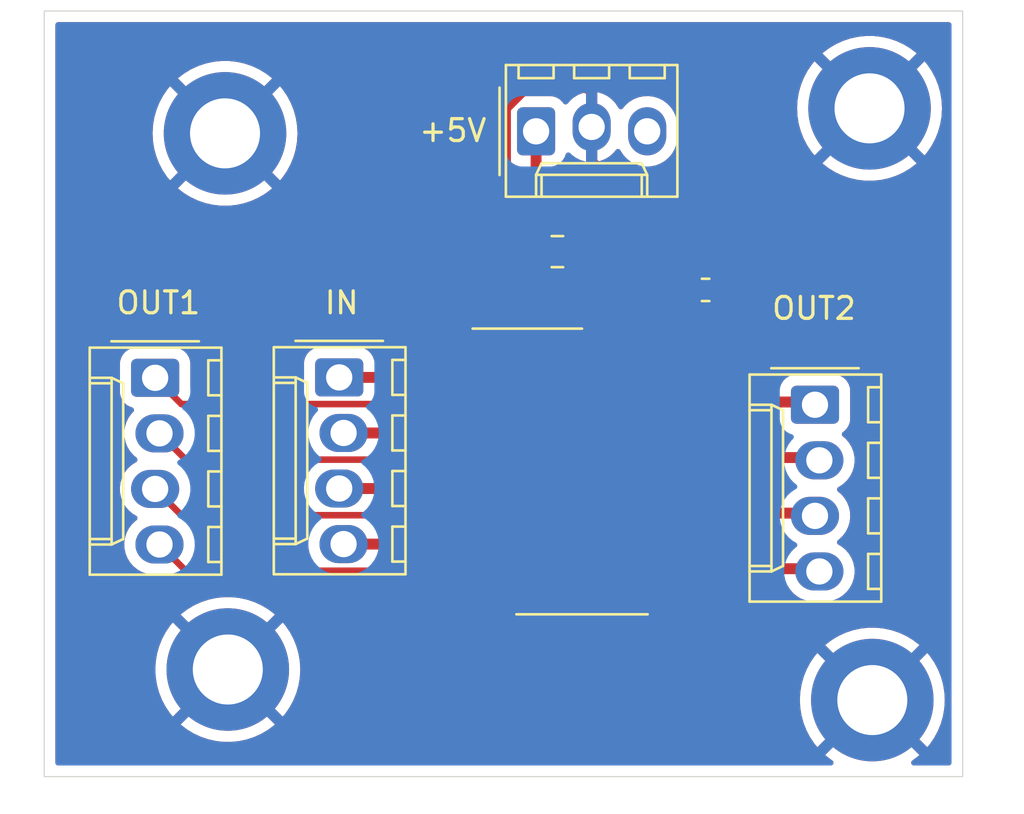
<source format=kicad_pcb>
(kicad_pcb (version 20211014) (generator pcbnew)
  (layers (0 "F.Cu" signal) (31 "B.Cu" signal) (34 "B.Paste" user) (35 "F.Paste" user) (36 "B.SilkS" user "B.Silkscreen") (37 "F.SilkS" user "F.Silkscreen") (38 "B.Mask" user) (39 "F.Mask" user) (44 "Edge.Cuts" user))
  (net 0 "")
  (net 1 "/supply+")
  (net 2 "+5V")
  (net 3 "GND")
  (net 4 "Net-(J2-Pad1)")
  (net 5 "Net-(J2-Pad2)")
  (net 6 "Net-(J2-Pad3)")
  (net 7 "Net-(J2-Pad4)")
  (net 9 "Net-(J3-Pad1)")
  (net 10 "Net-(J3-Pad2)")
  (net 11 "Net-(J3-Pad3)")
  (net 12 "Net-(J3-Pad4)")
  (net 13 "Net-(J4-Pad4)")
  (net 14 "Net-(J4-Pad3)")
  (net 15 "Net-(J4-Pad2)")
  (net 16 "Net-(J4-Pad1)")
  (footprint "synkie_footprints:L_0805_2012Metric_Pad1.15x1.40mm_HandSolder" (layer "F.Cu") (at 96.475 51)
    (fp_text reference "FB1" hide)
    (fp_text value "Ferrite_Bead")
    (fp_line (start -0.261252 0.71) (end 0.261252 0.71) (layer "F.SilkS") (width 0.12))
    (fp_line (start -0.261252 -0.71) (end 0.261252 -0.71) (layer "F.SilkS") (width 0.12))
    (pad "1" smd roundrect locked (at -1.025 0) (size 1.15 1.4) (layers "F.Cu" "F.Paste" "F.Mask") (roundrect_rratio 0.2173913043) (net 1 "/supply+"))
    (pad "2" smd roundrect locked (at 1.025 0) (size 1.15 1.4) (layers "F.Cu" "F.Paste" "F.Mask") (roundrect_rratio 0.2173913043) (net 2 "+5V"))
  )
  (footprint "synkie_footprints:Molex_KK-254_AE-6410-03A_1x03_P2.54mm_Vertical" (layer "F.Cu") (at 95.5 45.5)
    (fp_text reference "J1" hide)
    (fp_text value "Supply")
    (fp_line (start 1.74 -2.43) (end 3.34 -2.43) (layer "F.SilkS") (width 0.12))
    (fp_line (start -1.38 2.99) (end 6.46 2.99) (layer "F.SilkS") (width 0.12))
    (fp_line (start 0 1.99) (end 0.25 1.46) (layer "F.SilkS") (width 0.12))
    (fp_line (start 5.88 -2.43) (end 5.88 -3.03) (layer "F.SilkS") (width 0.12))
    (fp_line (start 3.34 -2.43) (end 3.34 -3.03) (layer "F.SilkS") (width 0.12))
    (fp_line (start 0.25 2.99) (end 0.25 1.99) (layer "F.SilkS") (width 0.12))
    (fp_line (start 0 2.99) (end 0 1.99) (layer "F.SilkS") (width 0.12))
    (fp_line (start 6.46 -3.03) (end -1.38 -3.03) (layer "F.SilkS") (width 0.12))
    (fp_line (start 1.74 -3.03) (end 1.74 -2.43) (layer "F.SilkS") (width 0.12))
    (fp_line (start 4.83 1.46) (end 5.08 1.99) (layer "F.SilkS") (width 0.12))
    (fp_line (start 0 1.99) (end 5.08 1.99) (layer "F.SilkS") (width 0.12))
    (fp_line (start 6.46 2.99) (end 6.46 -3.03) (layer "F.SilkS") (width 0.12))
    (fp_line (start 5.08 1.99) (end 5.08 2.99) (layer "F.SilkS") (width 0.12))
    (fp_line (start -0.8 -3.03) (end -0.8 -2.43) (layer "F.SilkS") (width 0.12))
    (fp_line (start 4.83 2.99) (end 4.83 1.99) (layer "F.SilkS") (width 0.12))
    (fp_line (start -1.67 -2) (end -1.67 2) (layer "F.SilkS") (width 0.12))
    (fp_line (start 0.25 1.46) (end 4.83 1.46) (layer "F.SilkS") (width 0.12))
    (fp_line (start -0.8 -2.43) (end 0.8 -2.43) (layer "F.SilkS") (width 0.12))
    (fp_line (start -1.38 -3.03) (end -1.38 2.99) (layer "F.SilkS") (width 0.12))
    (fp_line (start 4.28 -2.43) (end 5.88 -2.43) (layer "F.SilkS") (width 0.12))
    (fp_line (start 0.8 -2.43) (end 0.8 -3.03) (layer "F.SilkS") (width 0.12))
    (fp_line (start 4.28 -3.03) (end 4.28 -2.43) (layer "F.SilkS") (width 0.12))
    (pad "1" thru_hole roundrect locked (at 0 0) (size 1.74 2.2) (drill 1.2) (layers *.Cu *.Mask) (roundrect_rratio 0.1436781609) (net 1 "/supply+"))
    (pad "2" thru_hole oval locked (at 2.54 -0.2) (size 1.74 2.2) (drill 1.2) (layers *.Cu *.Mask) (net 3 "GND"))
    (pad "3" thru_hole oval locked (at 5.08 0) (size 1.74 2.2) (drill 1.2) (layers *.Cu *.Mask))
  )
  (footprint "synkie_footprints:Molex_KK-254_AE-6410-04A_1x04_P2.54mm_Vertical" (layer "F.Cu") (at 86.5 56.75 -90)
    (fp_text reference "J2" hide)
    (fp_text value "Sync-Bus")
    (fp_line (start -0.8 -2.43) (end 0.8 -2.43) (layer "F.SilkS") (width 0.12))
    (fp_line (start 0.25 1.46) (end 7.37 1.46) (layer "F.SilkS") (width 0.12))
    (fp_line (start 4.28 -3.03) (end 4.28 -2.43) (layer "F.SilkS") (width 0.12))
    (fp_line (start 0 1.99) (end 7.62 1.99) (layer "F.SilkS") (width 0.12))
    (fp_line (start -1.67 -2) (end -1.67 2) (layer "F.SilkS") (width 0.12))
    (fp_line (start 7.62 1.99) (end 7.62 2.99) (layer "F.SilkS") (width 0.12))
    (fp_line (start 6.82 -3.03) (end 6.82 -2.43) (layer "F.SilkS") (width 0.12))
    (fp_line (start -0.8 -3.03) (end -0.8 -2.43) (layer "F.SilkS") (width 0.12))
    (fp_line (start 0.8 -2.43) (end 0.8 -3.03) (layer "F.SilkS") (width 0.12))
    (fp_line (start 8.42 -2.43) (end 8.42 -3.03) (layer "F.SilkS") (width 0.12))
    (fp_line (start 7.37 2.99) (end 7.37 1.99) (layer "F.SilkS") (width 0.12))
    (fp_line (start 7.37 1.46) (end 7.62 1.99) (layer "F.SilkS") (width 0.12))
    (fp_line (start -1.38 -3.03) (end -1.38 2.99) (layer "F.SilkS") (width 0.12))
    (fp_line (start -1.38 2.99) (end 9 2.99) (layer "F.SilkS") (width 0.12))
    (fp_line (start 9 2.99) (end 9 -3.03) (layer "F.SilkS") (width 0.12))
    (fp_line (start 3.34 -2.43) (end 3.34 -3.03) (layer "F.SilkS") (width 0.12))
    (fp_line (start 0 2.99) (end 0 1.99) (layer "F.SilkS") (width 0.12))
    (fp_line (start 0 1.99) (end 0.25 1.46) (layer "F.SilkS") (width 0.12))
    (fp_line (start 6.82 -2.43) (end 8.42 -2.43) (layer "F.SilkS") (width 0.12))
    (fp_line (start 1.74 -3.03) (end 1.74 -2.43) (layer "F.SilkS") (width 0.12))
    (fp_line (start 5.88 -2.43) (end 5.88 -3.03) (layer "F.SilkS") (width 0.12))
    (fp_line (start 0.25 2.99) (end 0.25 1.99) (layer "F.SilkS") (width 0.12))
    (fp_line (start 9 -3.03) (end -1.38 -3.03) (layer "F.SilkS") (width 0.12))
    (fp_line (start 1.74 -2.43) (end 3.34 -2.43) (layer "F.SilkS") (width 0.12))
    (fp_line (start 4.28 -2.43) (end 5.88 -2.43) (layer "F.SilkS") (width 0.12))
    (pad "1" thru_hole roundrect locked (at 0 0 270) (size 1.74 2.2) (drill 1.2) (layers *.Cu *.Mask) (roundrect_rratio 0.1436781609) (net 4 "Net-(J2-Pad1)"))
    (pad "2" thru_hole oval locked (at 2.54 -0.2 270) (size 1.74 2.2) (drill 1.2) (layers *.Cu *.Mask) (net 5 "Net-(J2-Pad2)"))
    (pad "3" thru_hole oval locked (at 5.08 0 270) (size 1.74 2.2) (drill 1.2) (layers *.Cu *.Mask) (net 6 "Net-(J2-Pad3)"))
    (pad "4" thru_hole oval locked (at 7.62 -0.2 270) (size 1.74 2.2) (drill 1.2) (layers *.Cu *.Mask) (net 7 "Net-(J2-Pad4)"))
  )
  (footprint "synkie_footprints:Molex_KK-254_AE-6410-04A_1x04_P2.54mm_Vertical" (layer "F.Cu") (at 108.25 58 -90)
    (fp_text reference "J3" hide)
    (fp_text value "Sync-Bus")
    (fp_line (start 4.28 -2.43) (end 5.88 -2.43) (layer "F.SilkS") (width 0.12))
    (fp_line (start 8.42 -2.43) (end 8.42 -3.03) (layer "F.SilkS") (width 0.12))
    (fp_line (start 1.74 -3.03) (end 1.74 -2.43) (layer "F.SilkS") (width 0.12))
    (fp_line (start 0.25 2.99) (end 0.25 1.99) (layer "F.SilkS") (width 0.12))
    (fp_line (start -0.8 -2.43) (end 0.8 -2.43) (layer "F.SilkS") (width 0.12))
    (fp_line (start 7.62 1.99) (end 7.62 2.99) (layer "F.SilkS") (width 0.12))
    (fp_line (start 4.28 -3.03) (end 4.28 -2.43) (layer "F.SilkS") (width 0.12))
    (fp_line (start -1.38 2.99) (end 9 2.99) (layer "F.SilkS") (width 0.12))
    (fp_line (start 0 1.99) (end 7.62 1.99) (layer "F.SilkS") (width 0.12))
    (fp_line (start 0.8 -2.43) (end 0.8 -3.03) (layer "F.SilkS") (width 0.12))
    (fp_line (start 9 2.99) (end 9 -3.03) (layer "F.SilkS") (width 0.12))
    (fp_line (start 7.37 1.46) (end 7.62 1.99) (layer "F.SilkS") (width 0.12))
    (fp_line (start 7.37 2.99) (end 7.37 1.99) (layer "F.SilkS") (width 0.12))
    (fp_line (start 0.25 1.46) (end 7.37 1.46) (layer "F.SilkS") (width 0.12))
    (fp_line (start 3.34 -2.43) (end 3.34 -3.03) (layer "F.SilkS") (width 0.12))
    (fp_line (start -1.38 -3.03) (end -1.38 2.99) (layer "F.SilkS") (width 0.12))
    (fp_line (start 0 1.99) (end 0.25 1.46) (layer "F.SilkS") (width 0.12))
    (fp_line (start 5.88 -2.43) (end 5.88 -3.03) (layer "F.SilkS") (width 0.12))
    (fp_line (start -1.67 -2) (end -1.67 2) (layer "F.SilkS") (width 0.12))
    (fp_line (start 6.82 -2.43) (end 8.42 -2.43) (layer "F.SilkS") (width 0.12))
    (fp_line (start 9 -3.03) (end -1.38 -3.03) (layer "F.SilkS") (width 0.12))
    (fp_line (start 1.74 -2.43) (end 3.34 -2.43) (layer "F.SilkS") (width 0.12))
    (fp_line (start -0.8 -3.03) (end -0.8 -2.43) (layer "F.SilkS") (width 0.12))
    (fp_line (start 6.82 -3.03) (end 6.82 -2.43) (layer "F.SilkS") (width 0.12))
    (fp_line (start 0 2.99) (end 0 1.99) (layer "F.SilkS") (width 0.12))
    (pad "1" thru_hole roundrect locked (at 0 0 270) (size 1.74 2.2) (drill 1.2) (layers *.Cu *.Mask) (roundrect_rratio 0.1436781609) (net 9 "Net-(J3-Pad1)"))
    (pad "2" thru_hole oval locked (at 2.54 -0.2 270) (size 1.74 2.2) (drill 1.2) (layers *.Cu *.Mask) (net 10 "Net-(J3-Pad2)"))
    (pad "3" thru_hole oval locked (at 5.08 0 270) (size 1.74 2.2) (drill 1.2) (layers *.Cu *.Mask) (net 11 "Net-(J3-Pad3)"))
    (pad "4" thru_hole oval locked (at 7.62 -0.2 270) (size 1.74 2.2) (drill 1.2) (layers *.Cu *.Mask) (net 12 "Net-(J3-Pad4)"))
  )
  (footprint "Package_SO:SO-20_12.8x7.5mm_P1.27mm" (layer "F.Cu") (at 97.6 61.05)
    (fp_text reference "U1" hide)
    (fp_text value "74HC244")
    (fp_line (start -5 -6.53) (end 0 -6.53) (layer "F.SilkS") (width 0.12))
    (fp_line (start -3 6.53) (end 3 6.53) (layer "F.SilkS") (width 0.12))
    (pad "1" smd rect locked (at -4.75 -5.715) (size 1.5 0.6) (layers "F.Cu" "F.Paste" "F.Mask") (net 3 "GND"))
    (pad "2" smd rect locked (at -4.75 -4.445) (size 1.5 0.6) (layers "F.Cu" "F.Paste" "F.Mask") (net 4 "Net-(J2-Pad1)"))
    (pad "3" smd rect locked (at -4.75 -3.175) (size 1.5 0.6) (layers "F.Cu" "F.Paste" "F.Mask") (net 16 "Net-(J4-Pad1)"))
    (pad "4" smd rect locked (at -4.75 -1.905) (size 1.5 0.6) (layers "F.Cu" "F.Paste" "F.Mask") (net 5 "Net-(J2-Pad2)"))
    (pad "5" smd rect locked (at -4.75 -0.635) (size 1.5 0.6) (layers "F.Cu" "F.Paste" "F.Mask") (net 15 "Net-(J4-Pad2)"))
    (pad "6" smd rect locked (at -4.75 0.635) (size 1.5 0.6) (layers "F.Cu" "F.Paste" "F.Mask") (net 6 "Net-(J2-Pad3)"))
    (pad "7" smd rect locked (at -4.75 1.905) (size 1.5 0.6) (layers "F.Cu" "F.Paste" "F.Mask") (net 14 "Net-(J4-Pad3)"))
    (pad "8" smd rect locked (at -4.75 3.175) (size 1.5 0.6) (layers "F.Cu" "F.Paste" "F.Mask") (net 7 "Net-(J2-Pad4)"))
    (pad "9" smd rect locked (at -4.75 4.445) (size 1.5 0.6) (layers "F.Cu" "F.Paste" "F.Mask") (net 13 "Net-(J4-Pad4)"))
    (pad "10" smd rect locked (at -4.75 5.715) (size 1.5 0.6) (layers "F.Cu" "F.Paste" "F.Mask") (net 3 "GND"))
    (pad "11" smd rect locked (at 4.75 5.715) (size 1.5 0.6) (layers "F.Cu" "F.Paste" "F.Mask") (net 7 "Net-(J2-Pad4)"))
    (pad "12" smd rect locked (at 4.75 4.445) (size 1.5 0.6) (layers "F.Cu" "F.Paste" "F.Mask") (net 12 "Net-(J3-Pad4)"))
    (pad "13" smd rect locked (at 4.75 3.175) (size 1.5 0.6) (layers "F.Cu" "F.Paste" "F.Mask") (net 6 "Net-(J2-Pad3)"))
    (pad "14" smd rect locked (at 4.75 1.905) (size 1.5 0.6) (layers "F.Cu" "F.Paste" "F.Mask") (net 11 "Net-(J3-Pad3)"))
    (pad "15" smd rect locked (at 4.75 0.635) (size 1.5 0.6) (layers "F.Cu" "F.Paste" "F.Mask") (net 5 "Net-(J2-Pad2)"))
    (pad "16" smd rect locked (at 4.75 -0.635) (size 1.5 0.6) (layers "F.Cu" "F.Paste" "F.Mask") (net 10 "Net-(J3-Pad2)"))
    (pad "17" smd rect locked (at 4.75 -1.905) (size 1.5 0.6) (layers "F.Cu" "F.Paste" "F.Mask") (net 4 "Net-(J2-Pad1)"))
    (pad "18" smd rect locked (at 4.75 -3.175) (size 1.5 0.6) (layers "F.Cu" "F.Paste" "F.Mask") (net 9 "Net-(J3-Pad1)"))
    (pad "19" smd rect locked (at 4.75 -4.445) (size 1.5 0.6) (layers "F.Cu" "F.Paste" "F.Mask") (net 3 "GND"))
    (pad "20" smd rect locked (at 4.75 -5.715) (size 1.5 0.6) (layers "F.Cu" "F.Paste" "F.Mask") (net 2 "+5V"))
  )
  (footprint "synkie_footprints:R_0603_1608Metric_Pad1.05x0.95mm_HandSolder" (layer "F.Cu") (at 103.25 52.75)
    (fp_text reference "C1" hide)
    (fp_text value "C")
    (fp_line (start -0.171267 -0.51) (end 0.171267 -0.51) (layer "F.SilkS") (width 0.12))
    (fp_line (start -0.171267 0.51) (end 0.171267 0.51) (layer "F.SilkS") (width 0.12))
    (pad "1" smd roundrect locked (at -0.875 0) (size 1.05 0.95) (layers "F.Cu" "F.Paste" "F.Mask") (net 2 "+5V"))
    (pad "2" smd roundrect locked (at 0.875 0) (size 1.05 0.95) (layers "F.Cu" "F.Paste" "F.Mask") (net 3 "GND"))
  )
  (footprint "MountingHole:MountingHole_3.2mm_M3_DIN965_Pad" (layer "F.Cu") (at 110.871 71.501)
    (fp_text reference "H2" hide)
    (fp_text value "MountingHole_Pad")
    (pad "1" thru_hole circle (at 0 0) (size 5.6 5.6) (drill 3.2) (layers *.Cu *.Mask) (net 3 "GND"))
  )
  (footprint "MountingHole:MountingHole_3.2mm_M3_DIN965_Pad" (layer "F.Cu") (at 81.28 45.593)
    (fp_text reference "H4" hide)
    (fp_text value "MountingHole_Pad")
    (pad "1" thru_hole circle (at 0 0) (size 5.6 5.6) (drill 3.2) (layers *.Cu *.Mask) (net 3 "GND"))
  )
  (footprint "synkie_footprints:Molex_KK-254_AE-6410-04A_1x04_P2.54mm_Vertical" (layer "F.Cu") (at 78.085 56.769 -90)
    (fp_text reference "J4" hide)
    (fp_text value "Sync-Bus")
    (fp_line (start 4.28 -3.03) (end 4.28 -2.43) (layer "F.SilkS") (width 0.12))
    (fp_line (start 7.62 1.99) (end 7.62 2.99) (layer "F.SilkS") (width 0.12))
    (fp_line (start 0 2.99) (end 0 1.99) (layer "F.SilkS") (width 0.12))
    (fp_line (start 0.8 -2.43) (end 0.8 -3.03) (layer "F.SilkS") (width 0.12))
    (fp_line (start 9 2.99) (end 9 -3.03) (layer "F.SilkS") (width 0.12))
    (fp_line (start 0 1.99) (end 7.62 1.99) (layer "F.SilkS") (width 0.12))
    (fp_line (start -1.38 2.99) (end 9 2.99) (layer "F.SilkS") (width 0.12))
    (fp_line (start -0.8 -3.03) (end -0.8 -2.43) (layer "F.SilkS") (width 0.12))
    (fp_line (start 5.88 -2.43) (end 5.88 -3.03) (layer "F.SilkS") (width 0.12))
    (fp_line (start 0 1.99) (end 0.25 1.46) (layer "F.SilkS") (width 0.12))
    (fp_line (start 1.74 -3.03) (end 1.74 -2.43) (layer "F.SilkS") (width 0.12))
    (fp_line (start 1.74 -2.43) (end 3.34 -2.43) (layer "F.SilkS") (width 0.12))
    (fp_line (start 3.34 -2.43) (end 3.34 -3.03) (layer "F.SilkS") (width 0.12))
    (fp_line (start 7.37 2.99) (end 7.37 1.99) (layer "F.SilkS") (width 0.12))
    (fp_line (start 0.25 1.46) (end 7.37 1.46) (layer "F.SilkS") (width 0.12))
    (fp_line (start -1.38 -3.03) (end -1.38 2.99) (layer "F.SilkS") (width 0.12))
    (fp_line (start 7.37 1.46) (end 7.62 1.99) (layer "F.SilkS") (width 0.12))
    (fp_line (start 6.82 -3.03) (end 6.82 -2.43) (layer "F.SilkS") (width 0.12))
    (fp_line (start 0.25 2.99) (end 0.25 1.99) (layer "F.SilkS") (width 0.12))
    (fp_line (start 9 -3.03) (end -1.38 -3.03) (layer "F.SilkS") (width 0.12))
    (fp_line (start 4.28 -2.43) (end 5.88 -2.43) (layer "F.SilkS") (width 0.12))
    (fp_line (start -0.8 -2.43) (end 0.8 -2.43) (layer "F.SilkS") (width 0.12))
    (fp_line (start 8.42 -2.43) (end 8.42 -3.03) (layer "F.SilkS") (width 0.12))
    (fp_line (start 6.82 -2.43) (end 8.42 -2.43) (layer "F.SilkS") (width 0.12))
    (fp_line (start -1.67 -2) (end -1.67 2) (layer "F.SilkS") (width 0.12))
    (pad "1" thru_hole roundrect locked (at 0 0 270) (size 1.74 2.2) (drill 1.2) (layers *.Cu *.Mask) (roundrect_rratio 0.1436781609) (net 16 "Net-(J4-Pad1)"))
    (pad "2" thru_hole oval locked (at 2.54 -0.2 270) (size 1.74 2.2) (drill 1.2) (layers *.Cu *.Mask) (net 15 "Net-(J4-Pad2)"))
    (pad "3" thru_hole oval locked (at 5.08 0 270) (size 1.74 2.2) (drill 1.2) (layers *.Cu *.Mask) (net 14 "Net-(J4-Pad3)"))
    (pad "4" thru_hole oval locked (at 7.62 -0.2 270) (size 1.74 2.2) (drill 1.2) (layers *.Cu *.Mask) (net 13 "Net-(J4-Pad4)"))
  )
  (footprint "MountingHole:MountingHole_3.2mm_M3_DIN965_Pad" (layer "F.Cu") (at 110.744 44.45)
    (fp_text reference "H1" hide)
    (fp_text value "MountingHole_Pad")
    (pad "1" thru_hole circle (at 0 0) (size 5.6 5.6) (drill 3.2) (layers *.Cu *.Mask) (net 3 "GND"))
  )
  (footprint "MountingHole:MountingHole_3.2mm_M3_DIN965_Pad" (layer "F.Cu") (at 81.407 70.104)
    (fp_text reference "H3" hide)
    (fp_text value "MountingHole_Pad")
    (pad "1" thru_hole circle (at 0 0) (size 5.6 5.6) (drill 3.2) (layers *.Cu *.Mask) (net 3 "GND"))
  )
  (gr_rect (start 73.015 40) (end 115 75) (layer "Edge.Cuts") (width 0.05) (fill none))
  (gr_text "OUT1" (at 78.232 53.34) (layer "F.SilkS") (effects (font (size 1 1))))
  (gr_text "IN" (at 86.614 53.34) (layer "F.SilkS") (effects (font (size 1 1))))
  (gr_text "OUT2" (at 108.204 53.594) (layer "F.SilkS") (effects (font (size 1 1))))
  (gr_text "+5V" (at 91.694 45.466) (layer "F.SilkS") (effects (font (size 1 1))))
  (segment (start 95.5 50.95) (end 95.45 51) (width 0.5) (layer "F.Cu") (net 1))
  (segment (start 95.5 45.5) (end 95.5 50.95) (width 0.5) (layer "F.Cu") (net 1))
  (segment (start 97.5 51) (end 97.5 51.7) (width 0.5) (layer "F.Cu") (net 2))
  (segment (start 101.85 52.75) (end 102.375 52.75) (width 0.5) (layer "F.Cu") (net 2))
  (segment (start 102.35 52.775) (end 102.375 52.75) (width 0.5) (layer "F.Cu") (net 2))
  (segment (start 97.5 51.7) (end 98.55 52.75) (width 0.5) (layer "F.Cu") (net 2))
  (segment (start 98.55 52.75) (end 101.85 52.75) (width 0.5) (layer "F.Cu") (net 2))
  (segment (start 98.04 45.3) (end 98.04 46.9) (width 0.5) (layer "F.Cu") (net 3))
  (segment (start 94.1 44.440034) (end 94.1 55.335) (width 0.5) (layer "F.Cu") (net 3))
  (segment (start 98.04 46.9) (end 100.89 49.75) (width 0.5) (layer "F.Cu") (net 3))
  (segment (start 97.84 43.5) (end 95.040034 43.5) (width 0.5) (layer "F.Cu") (net 3))
  (segment (start 101.6 49.75) (end 104.125 52.275) (width 0.5) (layer "F.Cu") (net 3))
  (segment (start 104.125 52.275) (end 104.125 52.75) (width 0.5) (layer "F.Cu") (net 3))
  (segment (start 98.04 43.7) (end 97.84 43.5) (width 0.5) (layer "F.Cu") (net 3))
  (segment (start 100.89 49.75) (end 101.6 49.75) (width 0.5) (layer "F.Cu") (net 3))
  (segment (start 92.85 55.335) (end 94.1 55.335) (width 0.5) (layer "F.Cu") (net 3))
  (segment (start 95.040034 43.5) (end 94.1 44.440034) (width 0.5) (layer "F.Cu") (net 3))
  (segment (start 98.04 45.3) (end 98.04 43.7) (width 0.5) (layer "F.Cu") (net 3))
  (segment (start 94.324 56.605) (end 92.85 56.605) (width 0.3) (layer "F.Cu") (net 4))
  (segment (start 102.35 59.145) (end 96.864 59.145) (width 0.3) (layer "F.Cu") (net 4))
  (segment (start 96.864 59.145) (end 94.324 56.605) (width 0.3) (layer "F.Cu") (net 4))
  (segment (start 92.705 56.75) (end 92.85 56.605) (width 0.5) (layer "F.Cu") (net 4))
  (segment (start 86.5 56.75) (end 92.705 56.75) (width 0.5) (layer "F.Cu") (net 4))
  (segment (start 97.753 61.685) (end 95.213 59.145) (width 0.3) (layer "F.Cu") (net 5))
  (segment (start 92.705 59.29) (end 92.85 59.145) (width 0.5) (layer "F.Cu") (net 5))
  (segment (start 95.213 59.145) (end 92.85 59.145) (width 0.3) (layer "F.Cu") (net 5))
  (segment (start 102.35 61.685) (end 97.753 61.685) (width 0.3) (layer "F.Cu") (net 5))
  (segment (start 86.7 59.29) (end 92.705 59.29) (width 0.5) (layer "F.Cu") (net 5))
  (segment (start 97.753 64.225) (end 95.213 61.685) (width 0.3) (layer "F.Cu") (net 6))
  (segment (start 102.35 64.225) (end 97.753 64.225) (width 0.3) (layer "F.Cu") (net 6))
  (segment (start 95.213 61.685) (end 92.85 61.685) (width 0.3) (layer "F.Cu") (net 6))
  (segment (start 92.705 61.83) (end 92.85 61.685) (width 0.5) (layer "F.Cu") (net 6))
  (segment (start 86.5 61.83) (end 92.705 61.83) (width 0.5) (layer "F.Cu") (net 6))
  (segment (start 92.705 64.37) (end 92.85 64.225) (width 0.5) (layer "F.Cu") (net 7))
  (segment (start 102.35 66.765) (end 97.499 66.765) (width 0.3) (layer "F.Cu") (net 7))
  (segment (start 86.7 64.37) (end 92.705 64.37) (width 0.5) (layer "F.Cu") (net 7))
  (segment (start 97.499 66.765) (end 94.959 64.225) (width 0.3) (layer "F.Cu") (net 7))
  (segment (start 94.959 64.225) (end 92.85 64.225) (width 0.3) (layer "F.Cu") (net 7))
  (segment (start 102.35 57.875) (end 108.125 57.875) (width 0.5) (layer "F.Cu") (net 9))
  (segment (start 108.125 57.875) (end 108.25 58) (width 0.5) (layer "F.Cu") (net 9))
  (segment (start 102.35 60.415) (end 108.325 60.415) (width 0.5) (layer "F.Cu") (net 10))
  (segment (start 108.325 60.415) (end 108.45 60.54) (width 0.5) (layer "F.Cu") (net 10))
  (segment (start 108.125 62.955) (end 108.25 63.08) (width 0.5) (layer "F.Cu") (net 11))
  (segment (start 102.35 62.955) (end 108.125 62.955) (width 0.5) (layer "F.Cu") (net 11))
  (segment (start 108.325 65.495) (end 108.45 65.62) (width 0.5) (layer "F.Cu") (net 12))
  (segment (start 102.35 65.495) (end 108.325 65.495) (width 0.5) (layer "F.Cu") (net 12))
  (segment (start 79.48552 65.58952) (end 78.285 64.389) (width 0.3) (layer "F.Cu") (net 13))
  (segment (start 92.85 65.495) (end 92.75548 65.58952) (width 0.3) (layer "F.Cu") (net 13))
  (segment (start 92.75548 65.58952) (end 79.48552 65.58952) (width 0.3) (layer "F.Cu") (net 13))
  (segment (start 79.28552 63.04952) (end 78.085 61.849) (width 0.3) (layer "F.Cu") (net 14))
  (segment (start 92.75548 63.04952) (end 79.28552 63.04952) (width 0.3) (layer "F.Cu") (net 14))
  (segment (start 92.85 62.955) (end 92.75548 63.04952) (width 0.3) (layer "F.Cu") (net 14))
  (segment (start 79.48552 60.50952) (end 78.285 59.309) (width 0.3) (layer "F.Cu") (net 15))
  (segment (start 92.75548 60.50952) (end 79.48552 60.50952) (width 0.3) (layer "F.Cu") (net 15))
  (segment (start 92.85 60.415) (end 92.75548 60.50952) (width 0.3) (layer "F.Cu") (net 15))
  (segment (start 92.75548 57.96952) (end 79.28552 57.96952) (width 0.3) (layer "F.Cu") (net 16))
  (segment (start 79.28552 57.96952) (end 78.085 56.769) (width 0.3) (layer "F.Cu") (net 16))
  (segment (start 92.85 57.875) (end 92.75548 57.96952) (width 0.3) (layer "F.Cu") (net 16))
  (zone (net 3) (net_name "GND") (layers F&B.Cu) (connect_pads (clearance 0.508)) (min_thickness 0.254) (fill yes (thermal_gap 0.508) (thermal_bridge_width 0.508))
    (polygon (pts (xy 114.935 39.751) (xy 115.189 76.073) (xy 70.993 76.708) (xy 72.517 39.497)))
  )
)
</source>
